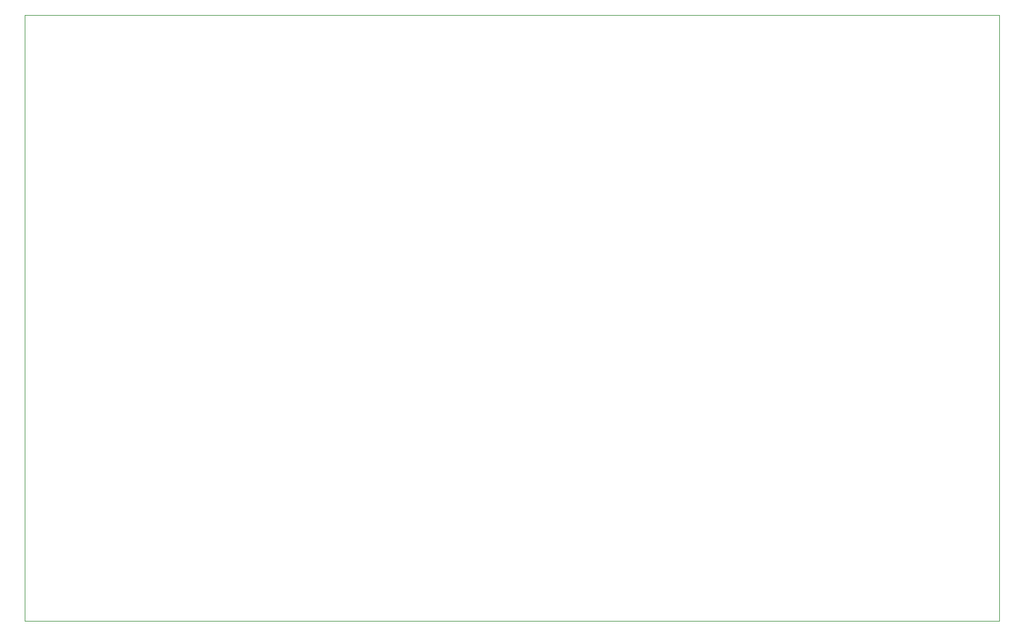
<source format=gbr>
%TF.GenerationSoftware,KiCad,Pcbnew,8.0.1*%
%TF.CreationDate,2025-03-06T17:02:37+01:00*%
%TF.ProjectId,Coincidence_board,436f696e-6369-4646-956e-63655f626f61,rev?*%
%TF.SameCoordinates,Original*%
%TF.FileFunction,Profile,NP*%
%FSLAX46Y46*%
G04 Gerber Fmt 4.6, Leading zero omitted, Abs format (unit mm)*
G04 Created by KiCad (PCBNEW 8.0.1) date 2025-03-06 17:02:37*
%MOMM*%
%LPD*%
G01*
G04 APERTURE LIST*
%TA.AperFunction,Profile*%
%ADD10C,0.050000*%
%TD*%
G04 APERTURE END LIST*
D10*
X123500000Y-65450000D02*
X260300000Y-65450000D01*
X260300000Y-150500000D01*
X123500000Y-150500000D01*
X123500000Y-65450000D01*
M02*

</source>
